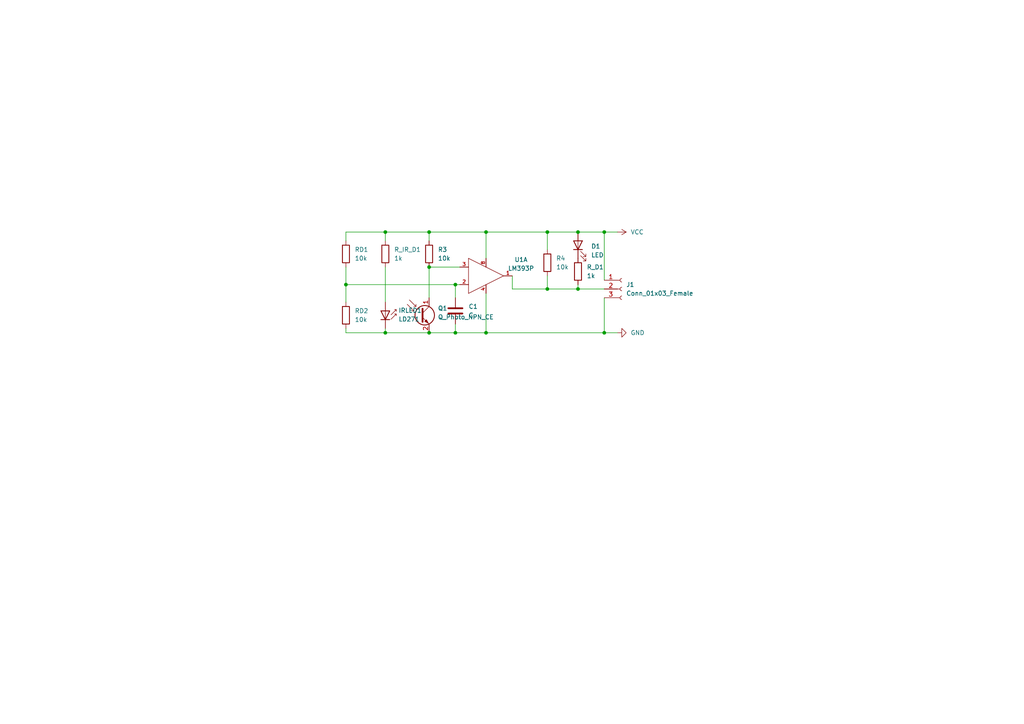
<source format=kicad_sch>
(kicad_sch (version 20211123) (generator eeschema)
  (paper "A4")
  (lib_symbols
    (symbol "Connector:Conn_01x03_Female" (pin_names (offset 1.016) hide)
      (property "Reference" "J" (at 0 5.08 0))
      (property "Value" "Conn_01x03_Female" (at 0 -5.08 0))
      (symbol "Conn_01x03_Female_1_1"
        (arc (start 0 -2.032) (mid -0.508 -2.54) (end 0 -3.048) (stroke (width 0.1524)))
        (polyline (pts (xy -1.27 -2.54) (xy -0.508 -2.54)) (stroke (width 0.1524)))
        (polyline (pts (xy -1.27 0) (xy -0.508 0)) (stroke (width 0.1524)))
        (polyline (pts (xy -1.27 2.54) (xy -0.508 2.54)) (stroke (width 0.1524)))
        (arc (start 0 0.508) (mid -0.508 0) (end 0 -0.508) (stroke (width 0.1524)))
        (arc (start 0 3.048) (mid -0.508 2.54) (end 0 2.032) (stroke (width 0.1524)))
        (pin passive line (at -5.08 2.54 0) (length 3.81) (name "Pin_1") (number "1"))
        (pin passive line (at -5.08 0 0) (length 3.81) (name "Pin_2") (number "2"))
        (pin passive line (at -5.08 -2.54 0) (length 3.81) (name "Pin_3") (number "3"))
      )
    )
    (symbol "Device:C" (pin_numbers hide) (pin_names (offset 0.254))
      (property "Reference" "C" (at 0.635 2.54 0))
      (property "Value" "C" (at 0.635 -2.54 0))
      (symbol "C_0_1"
        (polyline (pts (xy -2.032 -0.762) (xy 2.032 -0.762)) (stroke (width 0.508)))
        (polyline (pts (xy -2.032 0.762) (xy 2.032 0.762)) (stroke (width 0.508)))
      )
      (symbol "C_1_1"
        (pin passive line (at 0 3.81 270) (length 2.794) (name "~") (number "1"))
        (pin passive line (at 0 -3.81 90) (length 2.794) (name "~") (number "2"))
      )
    )
    (symbol "Device:LED" (pin_numbers hide) (pin_names (offset 1.016) hide)
      (property "Reference" "D" (at 0 2.54 0))
      (property "Value" "LED" (at 0 -2.54 0))
      (symbol "LED_0_1"
        (polyline (pts (xy -1.27 -1.27) (xy -1.27 1.27)) (stroke (width 0.254)))
        (polyline (pts (xy -1.27 0) (xy 1.27 0)))
        (polyline (pts (xy 1.27 -1.27) (xy 1.27 1.27) (xy -1.27 0) (xy 1.27 -1.27)) (stroke (width 0.254)))
        (polyline (pts (xy -3.048 -0.762) (xy -4.572 -2.286) (xy -3.81 -2.286) (xy -4.572 -2.286) (xy -4.572 -1.524)))
        (polyline (pts (xy -1.778 -0.762) (xy -3.302 -2.286) (xy -2.54 -2.286) (xy -3.302 -2.286) (xy -3.302 -1.524)))
      )
      (symbol "LED_1_1"
        (pin passive line (at -3.81 0 0) (length 2.54) (name "K") (number "1"))
        (pin passive line (at 3.81 0 180) (length 2.54) (name "A") (number "2"))
      )
    )
    (symbol "Device:Q_Photo_NPN_CE" (pin_names (offset 0) hide)
      (property "Reference" "Q" (at 5.08 1.27 0))
      (property "Value" "Q_Photo_NPN_CE" (at 5.08 -1.27 0))
      (symbol "Q_Photo_NPN_CE_0_1"
        (polyline (pts (xy -1.905 1.27) (xy -2.54 1.27)))
        (polyline (pts (xy -1.27 2.54) (xy -1.905 2.54)))
        (polyline (pts (xy 0.635 0.635) (xy 2.54 2.54)))
        (polyline (pts (xy -3.81 3.175) (xy -1.905 1.27) (xy -1.905 1.905)))
        (polyline (pts (xy -3.175 4.445) (xy -1.27 2.54) (xy -1.27 3.175)))
        (polyline (pts (xy 0.635 -0.635) (xy 2.54 -2.54) (xy 2.54 -2.54)))
        (polyline (pts (xy 0.635 1.905) (xy 0.635 -1.905) (xy 0.635 -1.905)) (stroke (width 0.508)))
        (polyline (pts (xy 1.27 -1.778) (xy 1.778 -1.27) (xy 2.286 -2.286) (xy 1.27 -1.778) (xy 1.27 -1.778)) (fill (type outline)))
        (circle (center 1.27 0) (radius 2.8194) (stroke (width 0.254)))
      )
      (symbol "Q_Photo_NPN_CE_1_1"
        (pin passive line (at 2.54 5.08 270) (length 2.54) (name "C") (number "1"))
        (pin passive line (at 2.54 -5.08 90) (length 2.54) (name "E") (number "2"))
      )
    )
    (symbol "Device:R" (pin_numbers hide) (pin_names (offset 0))
      (property "Reference" "R" (at 2.032 0 90))
      (property "Value" "R" (at 0 0 90))
      (symbol "R_0_1"
        (rectangle (start -1.016 -2.54) (end 1.016 2.54) (stroke (width 0.254)))
      )
      (symbol "R_1_1"
        (pin passive line (at 0 3.81 270) (length 1.27) (name "~") (number "1"))
        (pin passive line (at 0 -3.81 90) (length 1.27) (name "~") (number "2"))
      )
    )
    (symbol "LED:LD271" (pin_numbers hide) (pin_names (offset 1.016) hide)
      (property "Reference" "D" (at 0.508 1.778 0))
      (property "Value" "LD271" (at -1.016 -2.794 0))
      (symbol "LD271_0_1"
        (polyline (pts (xy -2.54 1.27) (xy -2.54 -1.27)) (stroke (width 0.254)))
        (polyline (pts (xy 0 0) (xy -2.54 0)))
        (polyline (pts (xy 0.381 3.175) (xy -0.127 3.175)))
        (polyline (pts (xy -1.143 1.651) (xy 0.381 3.175) (xy 0.381 2.667)))
        (polyline (pts (xy 0 -1.27) (xy -2.54 0) (xy 0 1.27) (xy 0 -1.27)) (stroke (width 0.254)))
        (polyline (pts (xy -2.413 1.651) (xy -0.889 3.175) (xy -0.889 2.667) (xy -0.889 3.175) (xy -1.397 3.175)))
      )
      (symbol "LD271_1_1"
        (pin passive line (at -5.08 0 0) (length 2.54) (name "K") (number "1"))
        (pin passive line (at 2.54 0 180) (length 2.54) (name "A") (number "2"))
      )
    )
    (symbol "eec:LM393P" (pin_names (offset 1.016))
      (property "Reference" "U" (at 0 5.08 0))
      (property "Value" "LM393P" (at 0 7.62 0))
      (symbol "LM393P_1_0"
        (text "+" (at 5.588 1.27 0) (effects (font (size 1.524 1.524))))
        (text "+" (at 5.842 1.27 0) (effects (font (size 1.524 1.524))))
        (text "_" (at 5.588 0.762 0) (effects (font (size 1.524 1.524))))
        (text "_" (at 5.588 0.762 0) (effects (font (size 1.524 1.524))))
      )
      (symbol "LM393P_1_1"
        (polyline (pts (xy 5.08 -7.62) (xy 5.08 2.54)))
        (polyline (pts (xy 5.08 -7.62) (xy 15.24 -2.54)))
        (polyline (pts (xy 5.08 2.54) (xy 15.24 -2.54)))
        (pin unspecified line (at 17.78 -2.54 180) (length 2.54) (name "1OUT") (number "1"))
        (pin unspecified line (at 2.54 -5.08 0) (length 2.54) (name "1IN−") (number "2"))
        (pin unspecified line (at 2.54 0 0) (length 2.54) (name "1IN+") (number "3"))
        (pin unspecified line (at 10.16 -7.62 90) (length 2.54) (name "GND") (number "4"))
        (pin unspecified line (at 10.16 2.54 270) (length 2.54) (name "VCC") (number "8"))
      )
      (symbol "LM393P_2_1"
        (polyline (pts (xy 5.08 -7.62) (xy 5.08 2.54)))
        (polyline (pts (xy 5.08 -7.62) (xy 12.7 -2.54)))
        (polyline (pts (xy 5.08 2.54) (xy 12.7 -2.54)))
        (pin unspecified line (at 2.54 0 0) (length 2.54) (name "2IN+") (number "5"))
        (pin unspecified line (at 2.54 -5.08 0) (length 2.54) (name "2IN-") (number "6"))
        (pin unspecified line (at 15.24 -2.54 180) (length 2.54) (name "2OUT") (number "7"))
      )
    )
    (symbol "power:GND" (power) (pin_names (offset 0))
      (property "Value" "GND" (at 0 -3.81 0))
      (symbol "GND_0_1"
        (polyline (pts (xy 0 0) (xy 0 -1.27) (xy 1.27 -1.27) (xy 0 -2.54) (xy -1.27 -1.27) (xy 0 -1.27)))
      )
      (symbol "GND_1_1"
        (pin power_in line (at 0 0 270) (length 0) hide (name "GND") (number "1"))
      )
    )
    (symbol "power:VCC" (power) (pin_names (offset 0))
      (property "Value" "VCC" (at 0 3.81 0))
      (symbol "VCC_0_1"
        (polyline (pts (xy -0.762 1.27) (xy 0 2.54)))
        (polyline (pts (xy 0 0) (xy 0 2.54)))
        (polyline (pts (xy 0 2.54) (xy 0.762 1.27)))
      )
      (symbol "VCC_1_1"
        (pin power_in line (at 0 0 90) (length 0) hide (name "VCC") (number "1"))
      )
    )
  )
  (junction (at 132.08 96.52))
  (junction (at 111.76 96.52))
  (junction (at 158.75 67.31))
  (junction (at 167.64 83.82))
  (junction (at 100.33 82.55))
  (junction (at 124.46 96.52))
  (junction (at 140.97 96.52))
  (junction (at 132.08 82.55))
  (junction (at 175.26 96.52))
  (junction (at 167.64 67.31))
  (junction (at 111.76 67.31))
  (junction (at 140.97 67.31))
  (junction (at 158.75 83.82))
  (junction (at 175.26 67.31))
  (junction (at 124.46 77.47))
  (junction (at 124.46 67.31))
  (wire (pts (xy 100.33 95.25) (xy 100.33 96.52)))
  (wire (pts (xy 100.33 96.52) (xy 111.76 96.52)))
  (wire (pts (xy 100.33 82.55) (xy 132.08 82.55)))
  (wire (pts (xy 111.76 77.47) (xy 111.76 87.63)))
  (wire (pts (xy 132.08 93.98) (xy 132.08 96.52)))
  (wire (pts (xy 158.75 80.01) (xy 158.75 83.82)))
  (wire (pts (xy 132.08 96.52) (xy 140.97 96.52)))
  (wire (pts (xy 100.33 82.55) (xy 100.33 87.63)))
  (wire (pts (xy 167.64 67.31) (xy 175.26 67.31)))
  (wire (pts (xy 158.75 72.39) (xy 158.75 67.31)))
  (wire (pts (xy 179.07 96.52) (xy 175.26 96.52)))
  (wire (pts (xy 175.26 67.31) (xy 179.07 67.31)))
  (wire (pts (xy 158.75 83.82) (xy 148.59 83.82)))
  (wire (pts (xy 132.08 82.55) (xy 133.35 82.55)))
  (wire (pts (xy 167.64 83.82) (xy 158.75 83.82)))
  (wire (pts (xy 124.46 67.31) (xy 140.97 67.31)))
  (wire (pts (xy 100.33 67.31) (xy 111.76 67.31)))
  (wire (pts (xy 124.46 77.47) (xy 133.35 77.47)))
  (wire (pts (xy 148.59 83.82) (xy 148.59 80.01)))
  (wire (pts (xy 158.75 67.31) (xy 167.64 67.31)))
  (wire (pts (xy 140.97 96.52) (xy 175.26 96.52)))
  (wire (pts (xy 140.97 67.31) (xy 140.97 74.93)))
  (wire (pts (xy 124.46 96.52) (xy 132.08 96.52)))
  (wire (pts (xy 111.76 67.31) (xy 111.76 69.85)))
  (wire (pts (xy 175.26 67.31) (xy 175.26 81.28)))
  (wire (pts (xy 111.76 96.52) (xy 124.46 96.52)))
  (wire (pts (xy 124.46 77.47) (xy 124.46 86.36)))
  (wire (pts (xy 140.97 67.31) (xy 158.75 67.31)))
  (wire (pts (xy 124.46 67.31) (xy 124.46 69.85)))
  (wire (pts (xy 111.76 67.31) (xy 124.46 67.31)))
  (wire (pts (xy 140.97 85.09) (xy 140.97 96.52)))
  (wire (pts (xy 111.76 95.25) (xy 111.76 96.52)))
  (wire (pts (xy 167.64 83.82) (xy 167.64 82.55)))
  (wire (pts (xy 100.33 77.47) (xy 100.33 82.55)))
  (wire (pts (xy 132.08 82.55) (xy 132.08 86.36)))
  (wire (pts (xy 100.33 69.85) (xy 100.33 67.31)))
  (wire (pts (xy 175.26 96.52) (xy 175.26 86.36)))
  (wire (pts (xy 175.26 83.82) (xy 167.64 83.82)))
  (symbol (lib_id "power:GND") (at 179.07 96.52 90) (unit 1)
    (property "Reference" "#PWR0102" (effects hide))
    (property "Value" "GND" (at 182.88 96.5199 90) (effects (justify right)))
  )
  (symbol (lib_id "LED:LD271") (at 111.76 90.17 270) (mirror x) (unit 1)
    (property "Reference" "IRLED1" (at 115.57 90.0429 90) (effects (justify left)))
    (property "Value" "LD271" (at 115.57 92.5829 90) (effects (justify left)))
    (property "Footprint" "LED_THT:LED_D5.0mm_IRGrey" (effects hide))
    (property "Datasheet" "http://www.alliedelec.com/m/d/40788c34903a719969df15f1fbea1056.pdf" (effects hide))
  )
  (symbol (lib_id "Connector:Conn_01x03_Female") (at 180.34 83.82 0) (unit 1)
    (property "Reference" "J1" (at 181.61 82.5499 0) (effects (justify left)))
    (property "Value" "Conn_01x03_Female" (at 181.61 85.0899 0) (effects (justify left)))
    (property "Footprint" "Connector_JST:JST_XA_B03B-XASK-1_1x03_P2.50mm_Vertical" (effects hide))
  )
  (symbol (lib_id "Device:R") (at 100.33 91.44 0) (unit 1)
    (property "Reference" "RD2" (at 102.87 90.1699 0) (effects (justify left)))
    (property "Value" "10k" (at 102.87 92.7099 0) (effects (justify left)))
    (property "Footprint" "Resistor_THT:R_Axial_DIN0207_L6.3mm_D2.5mm_P7.62mm_Horizontal" (effects hide))
  )
  (symbol (lib_id "Device:R") (at 167.64 78.74 0) (unit 1)
    (property "Reference" "R_D1" (at 170.18 77.4699 0) (effects (justify left)))
    (property "Value" "1k" (at 170.18 80.0099 0) (effects (justify left)))
    (property "Footprint" "Resistor_THT:R_Axial_DIN0207_L6.3mm_D2.5mm_P7.62mm_Horizontal" (effects hide))
  )
  (symbol (lib_id "Device:R") (at 124.46 73.66 180) (unit 1)
    (property "Reference" "R3" (at 127 72.3899 0) (effects (justify right)))
    (property "Value" "10k" (at 127 74.9299 0) (effects (justify right)))
    (property "Footprint" "Resistor_THT:R_Axial_DIN0207_L6.3mm_D2.5mm_P7.62mm_Horizontal" (effects hide))
  )
  (symbol (lib_id "Device:Q_Photo_NPN_CE") (at 121.92 91.44 0) (unit 1)
    (property "Reference" "Q1" (at 127 89.4206 0) (effects (justify left)))
    (property "Value" "Q_Photo_NPN_CE" (at 127 91.9606 0) (effects (justify left)))
    (property "Footprint" "LED_THT:LED_D5.0mm_IRGrey" (effects hide))
  )
  (symbol (lib_id "Device:R") (at 158.75 76.2 0) (unit 1)
    (property "Reference" "R4" (at 161.29 74.9299 0) (effects (justify left)))
    (property "Value" "10k" (at 161.29 77.4699 0) (effects (justify left)))
    (property "Footprint" "Resistor_THT:R_Axial_DIN0207_L6.3mm_D2.5mm_P7.62mm_Horizontal" (effects hide))
  )
  (symbol (lib_id "Device:C") (at 132.08 90.17 180) (unit 1)
    (property "Reference" "C1" (at 135.89 88.8999 0) (effects (justify right)))
    (property "Value" "C" (at 135.89 91.4399 0) (effects (justify right)))
    (property "Footprint" "Capacitor_THT:C_Disc_D4.3mm_W1.9mm_P5.00mm" (effects hide))
  )
  (symbol (lib_id "eec:LM393P") (at 130.81 77.47 0) (unit 1)
    (property "Reference" "U1" (at 151.13 75.311 0))
    (property "Value" "LM393P" (at 151.13 77.851 0))
    (property "Footprint" "eec:Texas_Instruments-P_R-PDIP-T8-0-0-0" (effects hide))
    (property "Datasheet" "http://www-s.ti.com/sc/ds/lm193.pdf" (effects hide))
    (property "category" "IC" (effects hide))
    (property "digikey description" "IC DUAL DIFF COMP 8-DIP" (effects hide))
    (property "digikey part number" "296-1398-5-ND" (effects hide))
    (property "ipc land pattern name" "DIP794W46P254L959H508Q8" (effects hide))
    (property "lead free" "yes" (effects hide))
    (property "library id" "769f2784d21fb492" (effects hide))
    (property "manufacturer" "Texas Instruments" (effects hide))
    (property "mouser part number" "595-LM393P" (effects hide))
    (property "package" "PDIP8" (effects hide))
    (property "rohs" "yes" (effects hide))
    (property "temperature range high" "+70°C" (effects hide))
    (property "temperature range low" "0°C" (effects hide))
  )
  (symbol (lib_id "Device:R") (at 100.33 73.66 0) (unit 1)
    (property "Reference" "RD1" (at 102.87 72.3899 0) (effects (justify left)))
    (property "Value" "10k" (at 102.87 74.9299 0) (effects (justify left)))
    (property "Footprint" "Resistor_THT:R_Axial_DIN0207_L6.3mm_D2.5mm_P7.62mm_Horizontal" (effects hide))
  )
  (symbol (lib_id "Device:LED") (at 167.64 71.12 90) (unit 1)
    (property "Reference" "D1" (at 171.45 71.4374 90) (effects (justify right)))
    (property "Value" "LED" (at 171.45 73.9774 90) (effects (justify right)))
    (property "Footprint" "LED_THT:LED_D5.0mm_IRGrey" (effects hide))
  )
  (symbol (lib_id "power:VCC") (at 179.07 67.31 270) (unit 1)
    (property "Reference" "#PWR0101" (effects hide))
    (property "Value" "VCC" (at 182.88 67.3099 90) (effects (justify left)))
  )
  (symbol (lib_id "Device:R") (at 111.76 73.66 0) (unit 1)
    (property "Reference" "R_IR_D1" (at 114.3 72.3899 0) (effects (justify left)))
    (property "Value" "1k" (at 114.3 74.9299 0) (effects (justify left)))
    (property "Footprint" "Resistor_THT:R_Axial_DIN0207_L6.3mm_D2.5mm_P7.62mm_Horizontal" (effects hide))
  )
)
</source>
